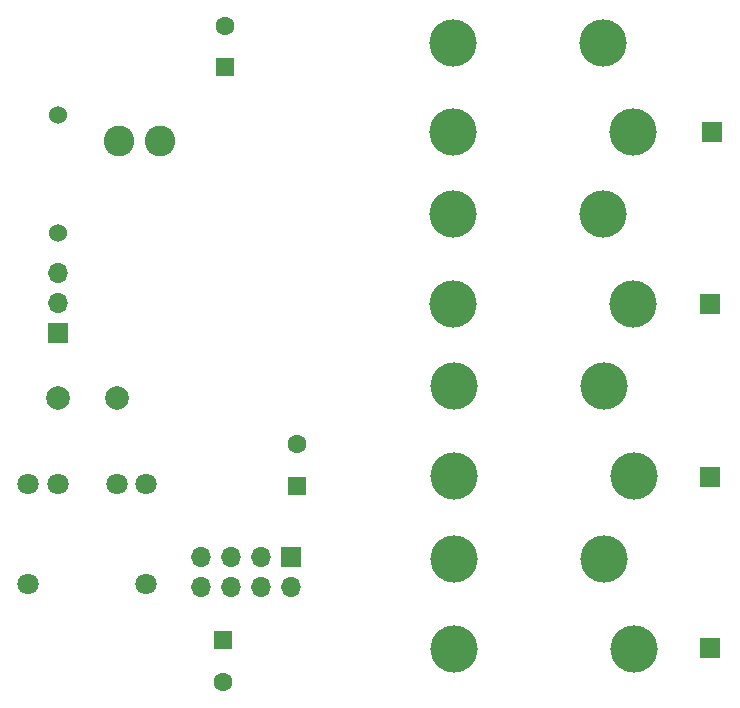
<source format=gbs>
G04 #@! TF.GenerationSoftware,KiCad,Pcbnew,8.0.2-8.0.2-0~ubuntu22.04.1*
G04 #@! TF.CreationDate,2024-05-20T13:55:23+07:00*
G04 #@! TF.ProjectId,PCB_design,5043425f-6465-4736-9967-6e2e6b696361,rev?*
G04 #@! TF.SameCoordinates,Original*
G04 #@! TF.FileFunction,Soldermask,Bot*
G04 #@! TF.FilePolarity,Negative*
%FSLAX46Y46*%
G04 Gerber Fmt 4.6, Leading zero omitted, Abs format (unit mm)*
G04 Created by KiCad (PCBNEW 8.0.2-8.0.2-0~ubuntu22.04.1) date 2024-05-20 13:55:23*
%MOMM*%
%LPD*%
G01*
G04 APERTURE LIST*
%ADD10R,1.700000X1.700000*%
%ADD11O,1.700000X1.700000*%
%ADD12C,4.000000*%
%ADD13R,1.600000X1.600000*%
%ADD14C,1.600000*%
%ADD15C,1.524000*%
%ADD16C,2.000000*%
%ADD17C,2.600000*%
%ADD18C,1.800000*%
G04 APERTURE END LIST*
D10*
X155710000Y-85410000D03*
X100500000Y-58775000D03*
D11*
X100500000Y-56235000D03*
X100500000Y-53695000D03*
D12*
X134010000Y-77910000D03*
X134010000Y-85510000D03*
X149250000Y-85510000D03*
X146710000Y-77910000D03*
D13*
X114650000Y-36252651D03*
D14*
X114650000Y-32752651D03*
D15*
X100500000Y-40250000D03*
X100500000Y-50250000D03*
D16*
X100500000Y-64250000D03*
X105500000Y-64250000D03*
D10*
X155700000Y-56250000D03*
X155900000Y-41750000D03*
D12*
X134000000Y-34150000D03*
X134000000Y-41750000D03*
X149240000Y-41750000D03*
X146700000Y-34150000D03*
D17*
X109180000Y-42470000D03*
X105680000Y-42470000D03*
D14*
X120750000Y-68152651D03*
D13*
X120750000Y-71652651D03*
D12*
X134000000Y-48650000D03*
X134000000Y-56250000D03*
X149240000Y-56250000D03*
X146700000Y-48650000D03*
D18*
X105500000Y-71500000D03*
X108000000Y-71500000D03*
X98000000Y-80000000D03*
X108000000Y-80000000D03*
X100500000Y-71500000D03*
X98000000Y-71500000D03*
D11*
X112620000Y-80240000D03*
X112620000Y-77700000D03*
X115160000Y-80240000D03*
X115160000Y-77700000D03*
X117700000Y-80240000D03*
X117700000Y-77700000D03*
X120240000Y-80240000D03*
D10*
X120240000Y-77700000D03*
D12*
X134010000Y-63210000D03*
X134010000Y-70810000D03*
X149250000Y-70810000D03*
X146710000Y-63210000D03*
D10*
X155710000Y-70910000D03*
D13*
X114487500Y-84762500D03*
D14*
X114487500Y-88262500D03*
M02*

</source>
